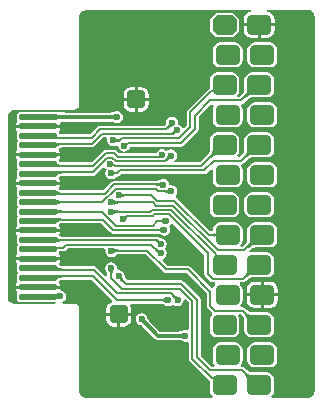
<source format=gbr>
%TF.GenerationSoftware,Altium Limited,Altium Designer,25.5.2 (35)*%
G04 Layer_Physical_Order=1*
G04 Layer_Color=255*
%FSLAX45Y45*%
%MOMM*%
%TF.SameCoordinates,F9D1B48F-3E51-4A7C-A873-13CCE31A6061*%
%TF.FilePolarity,Positive*%
%TF.FileFunction,Copper,L1,Top,Signal*%
%TF.Part,Single*%
G01*
G75*
%TA.AperFunction,SMDPad,CuDef*%
G04:AMPARAMS|DCode=10|XSize=3.2mm|YSize=0.5mm|CornerRadius=0.125mm|HoleSize=0mm|Usage=FLASHONLY|Rotation=0.000|XOffset=0mm|YOffset=0mm|HoleType=Round|Shape=RoundedRectangle|*
%AMROUNDEDRECTD10*
21,1,3.20000,0.25000,0,0,0.0*
21,1,2.95000,0.50000,0,0,0.0*
1,1,0.25000,1.47500,-0.12500*
1,1,0.25000,-1.47500,-0.12500*
1,1,0.25000,-1.47500,0.12500*
1,1,0.25000,1.47500,0.12500*
%
%ADD10ROUNDEDRECTD10*%
%TA.AperFunction,Conductor*%
%ADD11C,0.20000*%
%ADD12C,0.30000*%
%ADD13C,0.35000*%
%TA.AperFunction,ComponentPad*%
G04:AMPARAMS|DCode=14|XSize=1.7mm|YSize=2.1mm|CornerRadius=0.425mm|HoleSize=0mm|Usage=FLASHONLY|Rotation=270.000|XOffset=0mm|YOffset=0mm|HoleType=Round|Shape=RoundedRectangle|*
%AMROUNDEDRECTD14*
21,1,1.70000,1.25001,0,0,270.0*
21,1,0.85000,2.10000,0,0,270.0*
1,1,0.85000,-0.62500,-0.42500*
1,1,0.85000,-0.62500,0.42500*
1,1,0.85000,0.62500,0.42500*
1,1,0.85000,0.62500,-0.42500*
%
%ADD14ROUNDEDRECTD14*%
G04:AMPARAMS|DCode=15|XSize=1.7mm|YSize=2.1mm|CornerRadius=0mm|HoleSize=0mm|Usage=FLASHONLY|Rotation=270.000|XOffset=0mm|YOffset=0mm|HoleType=Round|Shape=Octagon|*
%AMOCTAGOND15*
4,1,8,1.05000,0.42500,1.05000,-0.42500,0.62500,-0.85000,-0.62500,-0.85000,-1.05000,-0.42500,-1.05000,0.42500,-0.62500,0.85000,0.62500,0.85000,1.05000,0.42500,0.0*
%
%ADD15OCTAGOND15*%

G04:AMPARAMS|DCode=16|XSize=1.55mm|YSize=1.6mm|CornerRadius=0.3875mm|HoleSize=0mm|Usage=FLASHONLY|Rotation=270.000|XOffset=0mm|YOffset=0mm|HoleType=Round|Shape=RoundedRectangle|*
%AMROUNDEDRECTD16*
21,1,1.55000,0.82500,0,0,270.0*
21,1,0.77500,1.60000,0,0,270.0*
1,1,0.77500,-0.41250,-0.38750*
1,1,0.77500,-0.41250,0.38750*
1,1,0.77500,0.41250,0.38750*
1,1,0.77500,0.41250,-0.38750*
%
%ADD16ROUNDEDRECTD16*%
%TA.AperFunction,ViaPad*%
%ADD17C,0.60000*%
G36*
X2610786Y3402155D02*
X2628946Y3390021D01*
X2641080Y3371861D01*
X2645341Y3350440D01*
X2645421D01*
X2646053Y3347262D01*
Y182891D01*
X2645471Y179966D01*
X2645391D01*
X2641130Y158545D01*
X2628996Y140385D01*
X2610837Y128251D01*
X2589416Y123990D01*
Y123944D01*
X2277885D01*
X2273335Y138944D01*
X2281560Y144440D01*
X2295374Y165114D01*
X2300225Y189500D01*
Y274500D01*
X2295374Y298886D01*
X2281560Y319560D01*
X2260887Y333374D01*
X2236500Y338224D01*
X2111584D01*
X2111537Y338244D01*
X2111481Y338221D01*
X2111040Y338133D01*
X2110778Y338231D01*
X2106769Y338092D01*
X2103905Y338291D01*
X2101003Y338800D01*
X2098001Y339646D01*
X2094851Y340872D01*
X2091530Y342525D01*
X2088029Y344652D01*
X2084354Y347292D01*
X2080525Y350470D01*
X2076105Y354638D01*
X2073708Y355550D01*
X2051100Y378158D01*
X2041177Y384788D01*
X2029471Y387117D01*
X2029470Y387117D01*
X2021557D01*
X2016017Y402117D01*
X2027374Y419114D01*
X2032225Y443500D01*
Y528500D01*
X2027374Y552886D01*
X2013560Y573560D01*
X1992887Y587374D01*
X1968500Y592224D01*
X1843500D01*
X1819113Y587374D01*
X1798440Y573560D01*
X1784626Y552886D01*
X1779775Y528500D01*
Y443500D01*
X1784626Y419114D01*
X1795983Y402117D01*
X1790443Y387117D01*
X1767053D01*
X1677408Y476761D01*
Y953178D01*
X1677409Y953179D01*
X1675080Y964885D01*
X1668450Y974808D01*
X1668449Y974809D01*
X1536003Y1107255D01*
X1526079Y1113885D01*
X1514374Y1116214D01*
X1514373Y1116213D01*
X1059734D01*
X1048819Y1127129D01*
X1048178Y1129155D01*
X1047527Y1129493D01*
X1047261Y1130179D01*
X1044120Y1133467D01*
X1041761Y1136198D01*
X1039851Y1138685D01*
X1038378Y1140889D01*
X1037313Y1142774D01*
X1036613Y1144307D01*
X1036216Y1145458D01*
X1036040Y1146235D01*
X1035994Y1146683D01*
X1036036Y1148339D01*
X1035252Y1150374D01*
X1035499Y1151618D01*
X1031618Y1171127D01*
X1020567Y1187666D01*
X1004028Y1198717D01*
X984519Y1202598D01*
X982741Y1202244D01*
X969985Y1215001D01*
X970980Y1220000D01*
X967099Y1239509D01*
X956048Y1256048D01*
X939509Y1267099D01*
X920000Y1270980D01*
X900491Y1267099D01*
X883952Y1256048D01*
X872901Y1239509D01*
X869020Y1220000D01*
X872901Y1200491D01*
X881874Y1187063D01*
X882949Y1184050D01*
X884204Y1182663D01*
X884678Y1182000D01*
X885245Y1180998D01*
X885865Y1179597D01*
X886498Y1177750D01*
X887092Y1175447D01*
X887551Y1172972D01*
X888264Y1165513D01*
X888357Y1161246D01*
X885526Y1158229D01*
X865970Y1157287D01*
X792559Y1230699D01*
X782635Y1237330D01*
X770930Y1239658D01*
X770929Y1239658D01*
X504762D01*
X503562Y1240412D01*
X502081Y1240074D01*
X500700Y1240705D01*
X495918Y1240874D01*
X492343Y1241275D01*
X489207Y1241897D01*
X486487Y1242701D01*
X484130Y1243658D01*
X482065Y1244760D01*
X480222Y1246015D01*
X476067Y1256917D01*
X476195Y1257386D01*
X479039Y1266483D01*
X483201Y1272712D01*
X486102Y1287300D01*
X113897D01*
X116799Y1272712D01*
X125176Y1260176D01*
X121886Y1245181D01*
X119363Y1232500D01*
Y1207500D01*
X121886Y1194819D01*
X129069Y1184069D01*
Y1175931D01*
X121886Y1165181D01*
X119363Y1152500D01*
Y1127500D01*
X121886Y1114820D01*
X125176Y1099824D01*
X116799Y1087288D01*
X113897Y1072700D01*
X486102D01*
X483201Y1087288D01*
X478639Y1094115D01*
X476272Y1103685D01*
X480232Y1114252D01*
X480604Y1114572D01*
X482434Y1115826D01*
X484469Y1116921D01*
X486783Y1117869D01*
X489448Y1118665D01*
X492511Y1119279D01*
X496008Y1119676D01*
X500709Y1119845D01*
X502340Y1120590D01*
X504098Y1120235D01*
X505085Y1120891D01*
X755852D01*
X929691Y947052D01*
X924753Y930776D01*
X916719Y929178D01*
X895499Y915000D01*
X881321Y893780D01*
X876342Y868750D01*
Y842700D01*
X982999D01*
X1089655D01*
Y868750D01*
X1084676Y893780D01*
X1077783Y904097D01*
X1085800Y919097D01*
X1342130D01*
X1344531Y918042D01*
X1349084Y917945D01*
X1352762Y917694D01*
X1356014Y917299D01*
X1358827Y916788D01*
X1361191Y916192D01*
X1363107Y915552D01*
X1364593Y914912D01*
X1365681Y914316D01*
X1366431Y913799D01*
X1367884Y912536D01*
X1371371Y911371D01*
X1383526Y903249D01*
X1403035Y899369D01*
X1422544Y903249D01*
X1431722Y909382D01*
X1445871Y915206D01*
X1462410Y904155D01*
X1481919Y900274D01*
X1501428Y904155D01*
X1517967Y915206D01*
X1529018Y931745D01*
X1532899Y951254D01*
X1532783Y951834D01*
X1546607Y959223D01*
X1575317Y930514D01*
Y705792D01*
X1560316Y696160D01*
X1547174Y698774D01*
X1527665Y694893D01*
X1515575Y686814D01*
X1515403Y686796D01*
X1514645Y686812D01*
X1514289Y686674D01*
X1513937Y686635D01*
X1513321Y686298D01*
X1513302Y686291D01*
X1512291Y686006D01*
X1510429Y685625D01*
X1508210Y685300D01*
X1495877Y684495D01*
X1490958Y684441D01*
X1488708Y683480D01*
X1333346D01*
X1244346Y772481D01*
X1243489Y774691D01*
X1236638Y781860D01*
X1231831Y787530D01*
X1230379Y789482D01*
X1229332Y791067D01*
X1228818Y791982D01*
X1228811Y792001D01*
X1228614Y792674D01*
X1228393Y792950D01*
X1228238Y793301D01*
X1227688Y793827D01*
X1227583Y793959D01*
X1224746Y808222D01*
X1213695Y824761D01*
X1197156Y835812D01*
X1177647Y839692D01*
X1158138Y835812D01*
X1141599Y824761D01*
X1130548Y808222D01*
X1126667Y788713D01*
X1130548Y769204D01*
X1141599Y752665D01*
X1158138Y741614D01*
X1172401Y738777D01*
X1172532Y738672D01*
X1173058Y738121D01*
X1173410Y737966D01*
X1173686Y737745D01*
X1174358Y737549D01*
X1174377Y737541D01*
X1175292Y737027D01*
X1176881Y735978D01*
X1178681Y734638D01*
X1187966Y726491D01*
X1191485Y723049D01*
X1193755Y722137D01*
X1293331Y622561D01*
X1304908Y614825D01*
X1318565Y612109D01*
X1488533D01*
X1490702Y611152D01*
X1500615Y610927D01*
X1508028Y610316D01*
X1510426Y609964D01*
X1512291Y609583D01*
X1513302Y609298D01*
X1513321Y609291D01*
X1513937Y608954D01*
X1514289Y608915D01*
X1514645Y608777D01*
X1515403Y608793D01*
X1515575Y608774D01*
X1527665Y600696D01*
X1547174Y596815D01*
X1560316Y599429D01*
X1575317Y589797D01*
Y454097D01*
X1575316Y454096D01*
X1577645Y442391D01*
X1584275Y432467D01*
X1751433Y265309D01*
X1751434Y265309D01*
X1753776Y263744D01*
Y189500D01*
X1758626Y165114D01*
X1772440Y144440D01*
X1780665Y138944D01*
X1776115Y123944D01*
X705000D01*
Y124024D01*
X683579Y128285D01*
X665420Y140419D01*
X653285Y158579D01*
X649025Y180000D01*
X648944D01*
X648943Y180006D01*
Y875000D01*
X645598Y891817D01*
X636072Y906073D01*
X621816Y915599D01*
X604999Y918944D01*
X510662D01*
X506970Y932818D01*
X507195Y933944D01*
X523150Y944605D01*
X534201Y961144D01*
X538081Y980653D01*
X534201Y1000162D01*
X523150Y1016701D01*
X506611Y1027752D01*
X497734Y1029518D01*
X485911Y1045267D01*
X485846Y1046012D01*
X486102Y1047300D01*
X113897D01*
X116799Y1032712D01*
X125176Y1020176D01*
X121886Y1005181D01*
X119363Y992500D01*
Y967500D01*
X121886Y954819D01*
X129069Y944069D01*
X139819Y936886D01*
X152500Y934363D01*
X447500D01*
X452650Y935388D01*
X454254Y933944D01*
X448501Y918944D01*
X100000D01*
Y919025D01*
X78579Y923285D01*
X60419Y935420D01*
X48285Y953579D01*
X44025Y975000D01*
X43944D01*
Y2505000D01*
X44025D01*
X48285Y2526421D01*
X60419Y2544581D01*
X78579Y2556715D01*
X100000Y2560976D01*
Y2561056D01*
X604999D01*
X621816Y2564401D01*
X636072Y2573927D01*
X645598Y2588183D01*
X648943Y2605000D01*
Y3349981D01*
X648947Y3350000D01*
X649027D01*
X653288Y3371421D01*
X665422Y3389580D01*
X683582Y3401715D01*
X705003Y3405975D01*
Y3406055D01*
X2106631D01*
X2108108Y3391055D01*
X2085006Y3386460D01*
X2062547Y3371453D01*
X2047539Y3348993D01*
X2042270Y3322500D01*
Y3292700D01*
X2174000D01*
X2305730D01*
Y3322500D01*
X2300460Y3348993D01*
X2285453Y3371453D01*
X2262993Y3386460D01*
X2239892Y3391055D01*
X2241369Y3406055D01*
X2589806D01*
X2590491Y3406192D01*
X2610786Y3402155D01*
D02*
G37*
G36*
X460399Y1235133D02*
X463578Y1231762D01*
X467060Y1228787D01*
X470846Y1226209D01*
X474935Y1224028D01*
X479328Y1222243D01*
X484024Y1220855D01*
X489024Y1219863D01*
X494327Y1219269D01*
X499934Y1219070D01*
X496534Y1199070D01*
X488946Y1199040D01*
X455494Y1197113D01*
X453525Y1196593D01*
X452258Y1196012D01*
X457524Y1238901D01*
X460399Y1235133D01*
D02*
G37*
G36*
X938910Y1196267D02*
X937040Y1193651D01*
X935390Y1190730D01*
X933960Y1187503D01*
X932750Y1183970D01*
X931760Y1180131D01*
X930990Y1175986D01*
X930440Y1171535D01*
X930110Y1166778D01*
X930000Y1161716D01*
X910000D01*
X909890Y1166778D01*
X909010Y1175986D01*
X908240Y1180131D01*
X907250Y1183970D01*
X906040Y1187503D01*
X904610Y1190730D01*
X902960Y1193651D01*
X901090Y1196267D01*
X899000Y1198576D01*
X941000D01*
X938910Y1196267D01*
D02*
G37*
G36*
X453372Y1163511D02*
X455210Y1163085D01*
X457774Y1162708D01*
X465075Y1162106D01*
X488376Y1161504D01*
X496014Y1161478D01*
X499934Y1141479D01*
X494397Y1141280D01*
X489156Y1140685D01*
X484211Y1139694D01*
X479562Y1138306D01*
X475210Y1136521D01*
X471154Y1134340D01*
X467394Y1131762D01*
X463930Y1128787D01*
X460762Y1125416D01*
X457890Y1121648D01*
X452258Y1163988D01*
X453372Y1163511D01*
D02*
G37*
G36*
X1014318Y1145834D02*
X1014641Y1142715D01*
X1015364Y1139526D01*
X1016486Y1136266D01*
X1018008Y1132936D01*
X1019929Y1129534D01*
X1022250Y1126063D01*
X1024970Y1122520D01*
X1028089Y1118908D01*
X1031608Y1115224D01*
X1016242Y1102306D01*
X1012614Y1105790D01*
X1005519Y1111727D01*
X1002053Y1114180D01*
X998640Y1116291D01*
X995280Y1118058D01*
X991975Y1119482D01*
X988723Y1120563D01*
X985525Y1121300D01*
X982381Y1121694D01*
X1014394Y1148882D01*
X1014318Y1145834D01*
D02*
G37*
G36*
X465332Y996327D02*
X466105Y996179D01*
X469277Y995755D01*
X476966Y995189D01*
X486449Y995000D01*
Y965000D01*
X481483Y964953D01*
X466105Y963821D01*
X466039Y963808D01*
X466140Y959192D01*
X464723Y960295D01*
X462852Y961283D01*
X460525Y962154D01*
X460057Y962281D01*
X459283Y961981D01*
X457906Y961179D01*
X456978Y960283D01*
Y963060D01*
X454509Y963548D01*
X450818Y964071D01*
X442073Y964768D01*
X431509Y965000D01*
X430755Y995000D01*
X436260Y995062D01*
X450032Y995989D01*
X453708Y996545D01*
X456926Y997225D01*
X456978Y997241D01*
Y999717D01*
X457906Y998821D01*
X459283Y998019D01*
X459441Y997957D01*
X459687Y998029D01*
X461991Y998956D01*
X463837Y1000007D01*
X465226Y1001182D01*
X465332Y996327D01*
D02*
G37*
G36*
X1451434Y996036D02*
X1458568Y990148D01*
X1462043Y987761D01*
X1465457Y985747D01*
X1468811Y984104D01*
X1472104Y982833D01*
X1475337Y981935D01*
X1478508Y981407D01*
X1481619Y981252D01*
X1451921Y951554D01*
X1451765Y954665D01*
X1451238Y957836D01*
X1450339Y961069D01*
X1449069Y964362D01*
X1447426Y967716D01*
X1445412Y971130D01*
X1443025Y974605D01*
X1440267Y978142D01*
X1437137Y981738D01*
X1433635Y985396D01*
X1447777Y999538D01*
X1451434Y996036D01*
D02*
G37*
G36*
X1382080Y928880D02*
X1379717Y930933D01*
X1377054Y932770D01*
X1374093Y934390D01*
X1370833Y935795D01*
X1367274Y936984D01*
X1363415Y937956D01*
X1359258Y938712D01*
X1354802Y939253D01*
X1350048Y939577D01*
X1344994Y939685D01*
X1344525Y959685D01*
X1349596Y959797D01*
X1358799Y960691D01*
X1362931Y961474D01*
X1366751Y962481D01*
X1370257Y963711D01*
X1373450Y965165D01*
X1376330Y966843D01*
X1378897Y968744D01*
X1381151Y970869D01*
X1382080Y928880D01*
D02*
G37*
G36*
X1207832Y786614D02*
X1208426Y784577D01*
X1209427Y782303D01*
X1210836Y779792D01*
X1212651Y777043D01*
X1214874Y774056D01*
X1220541Y767371D01*
X1227838Y759735D01*
X1206624Y738522D01*
X1202688Y742373D01*
X1192303Y751485D01*
X1189317Y753708D01*
X1186568Y755524D01*
X1184056Y756932D01*
X1181782Y757933D01*
X1179746Y758527D01*
X1177947Y758714D01*
X1207645Y788413D01*
X1207832Y786614D01*
D02*
G37*
G36*
X1525750Y626795D02*
X1524346Y627934D01*
X1522486Y628955D01*
X1520170Y629854D01*
X1517398Y630635D01*
X1514170Y631295D01*
X1510487Y631834D01*
X1501752Y632554D01*
X1491194Y632795D01*
Y662794D01*
X1496701Y662854D01*
X1510487Y663755D01*
X1514170Y664294D01*
X1517398Y664954D01*
X1520170Y665735D01*
X1522486Y666634D01*
X1524346Y667654D01*
X1525750Y668794D01*
Y626795D01*
D02*
G37*
G36*
X2066170Y334252D02*
X2071111Y330150D01*
X2076077Y326583D01*
X2081068Y323551D01*
X2086083Y321054D01*
X2091124Y319093D01*
X2096188Y317666D01*
X2101277Y316774D01*
X2106391Y316417D01*
X2111530Y316596D01*
X2069405Y274500D01*
X2069127Y280089D01*
X2068416Y285552D01*
X2067271Y290890D01*
X2065692Y296103D01*
X2063679Y301190D01*
X2061233Y306153D01*
X2058353Y310989D01*
X2055039Y315701D01*
X2051292Y320287D01*
X2047110Y324747D01*
X2061253Y338889D01*
X2066170Y334252D01*
D02*
G37*
%LPC*%
G36*
X1952500Y3385000D02*
X1807500D01*
X1755000Y3332500D01*
Y3227500D01*
X1807500Y3175000D01*
X1952500D01*
X2005000Y3227500D01*
Y3332500D01*
X1952500Y3385000D01*
D02*
G37*
G36*
X2305730Y3267300D02*
X2186700D01*
Y3168270D01*
X2236500D01*
X2262993Y3173540D01*
X2285453Y3188547D01*
X2300460Y3211007D01*
X2305730Y3237500D01*
Y3267300D01*
D02*
G37*
G36*
X2161300D02*
X2042270D01*
Y3237500D01*
X2047539Y3211007D01*
X2062547Y3188547D01*
X2085006Y3173540D01*
X2111500Y3168270D01*
X2161300D01*
Y3267300D01*
D02*
G37*
G36*
X2262500Y3132224D02*
X2137500D01*
X2113113Y3127374D01*
X2092440Y3113560D01*
X2078626Y3092886D01*
X2073775Y3068500D01*
Y2983500D01*
X2078626Y2959114D01*
X2092440Y2938440D01*
X2113113Y2924626D01*
X2137500Y2919776D01*
X2262500D01*
X2286886Y2924626D01*
X2307560Y2938440D01*
X2321374Y2959114D01*
X2326224Y2983500D01*
Y3068500D01*
X2321374Y3092886D01*
X2307560Y3113560D01*
X2286886Y3127374D01*
X2262500Y3132224D01*
D02*
G37*
G36*
X1968500D02*
X1843500D01*
X1819113Y3127374D01*
X1798440Y3113560D01*
X1784626Y3092886D01*
X1779775Y3068500D01*
Y2983500D01*
X1784626Y2959114D01*
X1798440Y2938440D01*
X1819113Y2924626D01*
X1843500Y2919776D01*
X1968500D01*
X1992887Y2924626D01*
X2013560Y2938440D01*
X2027374Y2959114D01*
X2032225Y2983500D01*
Y3068500D01*
X2027374Y3092886D01*
X2013560Y3113560D01*
X1992887Y3127374D01*
X1968500Y3132224D01*
D02*
G37*
G36*
X2236500Y2878224D02*
X2111500D01*
X2087113Y2873374D01*
X2066440Y2859560D01*
X2052626Y2838886D01*
X2047775Y2814500D01*
Y2729585D01*
X2047756Y2729537D01*
X2047779Y2729481D01*
X2047867Y2729040D01*
X2047769Y2728778D01*
X2047908Y2724770D01*
X2047708Y2721905D01*
X2047200Y2719003D01*
X2046354Y2716001D01*
X2045128Y2712852D01*
X2043475Y2709531D01*
X2041347Y2706029D01*
X2038708Y2702354D01*
X2035530Y2698526D01*
X2031361Y2694106D01*
X2030449Y2691707D01*
X2009330Y2670588D01*
X1993828D01*
X1989653Y2679815D01*
X1988327Y2685588D01*
X2001374Y2705114D01*
X2006225Y2729500D01*
Y2814500D01*
X2001374Y2838886D01*
X1987560Y2859560D01*
X1966887Y2873374D01*
X1942500Y2878224D01*
X1817500D01*
X1793114Y2873374D01*
X1772440Y2859560D01*
X1758626Y2838886D01*
X1753776Y2814500D01*
Y2744322D01*
X1745606Y2738864D01*
X1745605Y2738863D01*
X1568371Y2561629D01*
X1561741Y2551706D01*
X1559412Y2540000D01*
X1559412Y2539999D01*
Y2425928D01*
X1538348Y2404863D01*
X1522652Y2410380D01*
X1512958Y2424887D01*
X1496419Y2435938D01*
X1483351Y2438538D01*
X1486091Y2452312D01*
X1482210Y2471821D01*
X1471159Y2488360D01*
X1454620Y2499411D01*
X1435111Y2503292D01*
X1415602Y2499411D01*
X1399063Y2488360D01*
X1388012Y2471821D01*
X1384132Y2452312D01*
X1385416Y2445857D01*
X1384511Y2442156D01*
X1384685Y2441029D01*
X1384684Y2441022D01*
X1384513Y2440414D01*
X1384059Y2439303D01*
X1383221Y2437721D01*
X1381933Y2435721D01*
X1380155Y2433358D01*
X1377870Y2430687D01*
X1374726Y2427388D01*
X1373874Y2425182D01*
X824595D01*
X824594Y2425182D01*
X812889Y2422853D01*
X802965Y2416223D01*
X802965Y2416222D01*
X742263Y2355521D01*
X480036D01*
X478114Y2365181D01*
X474824Y2380176D01*
X483201Y2392712D01*
X486102Y2407300D01*
X113897D01*
X116799Y2392712D01*
X125176Y2380176D01*
X121886Y2365181D01*
X119363Y2352500D01*
Y2327500D01*
X121886Y2314819D01*
X124495Y2310915D01*
X127827Y2300000D01*
X124495Y2289085D01*
X121886Y2285181D01*
X119363Y2272500D01*
Y2247500D01*
X121886Y2234820D01*
X125176Y2219824D01*
X116799Y2207288D01*
X113897Y2192700D01*
X486102D01*
X483201Y2207288D01*
X477657Y2215585D01*
X477140Y2230889D01*
X477775Y2233747D01*
X478589Y2235350D01*
X480258Y2237474D01*
X480586Y2238648D01*
X481075Y2238938D01*
X482813Y2239654D01*
X485599Y2240429D01*
X489418Y2241099D01*
X494227Y2241553D01*
X500551Y2241734D01*
X502897Y2242785D01*
X754283D01*
X754284Y2242785D01*
X765989Y2245113D01*
X775913Y2251744D01*
X852176Y2328007D01*
X877583D01*
X888497Y2313006D01*
X886426Y2302594D01*
X890306Y2283085D01*
X901357Y2266546D01*
X917896Y2255495D01*
X937405Y2251615D01*
X956914Y2255495D01*
X964422Y2260512D01*
X967684Y2259986D01*
X980061Y2252921D01*
X982900Y2238651D01*
X993951Y2222112D01*
X1010490Y2211061D01*
X1029999Y2207181D01*
X1049508Y2211061D01*
X1066047Y2222112D01*
X1077098Y2238651D01*
X1079057Y2248502D01*
X1509089D01*
X1509090Y2248502D01*
X1520796Y2250831D01*
X1530719Y2257461D01*
X1651628Y2378371D01*
X1651629Y2378371D01*
X1658259Y2388295D01*
X1660588Y2400000D01*
Y2497330D01*
X1769373Y2606115D01*
X1781686Y2604862D01*
X1788645Y2590901D01*
X1784626Y2584886D01*
X1779775Y2560500D01*
Y2475500D01*
X1784626Y2451114D01*
X1798440Y2430440D01*
X1819113Y2416626D01*
X1843500Y2411776D01*
X1968500D01*
X1992887Y2416626D01*
X2013560Y2430440D01*
X2027374Y2451114D01*
X2032225Y2475500D01*
Y2560500D01*
X2027374Y2584886D01*
X2021009Y2594412D01*
X2021217Y2597573D01*
X2028202Y2610646D01*
X2033705Y2611741D01*
X2043629Y2618371D01*
X2073678Y2648420D01*
X2076057Y2649317D01*
X2079980Y2652993D01*
X2083394Y2655783D01*
X2086792Y2658173D01*
X2090187Y2660195D01*
X2093592Y2661874D01*
X2097028Y2663233D01*
X2100526Y2664293D01*
X2104125Y2665065D01*
X2107847Y2665549D01*
X2112401Y2665776D01*
X2236500D01*
X2260887Y2670626D01*
X2281560Y2684440D01*
X2295374Y2705114D01*
X2300225Y2729500D01*
Y2814500D01*
X2295374Y2838886D01*
X2281560Y2859560D01*
X2260887Y2873374D01*
X2236500Y2878224D01*
D02*
G37*
G36*
X1174249Y2754157D02*
X1145699D01*
Y2662700D01*
X1239655D01*
Y2688750D01*
X1234676Y2713780D01*
X1220498Y2735000D01*
X1199279Y2749178D01*
X1174249Y2754157D01*
D02*
G37*
G36*
X1120299D02*
X1091749D01*
X1066719Y2749178D01*
X1045499Y2735000D01*
X1031321Y2713780D01*
X1026342Y2688750D01*
Y2662700D01*
X1120299D01*
Y2754157D01*
D02*
G37*
G36*
X1239655Y2637300D02*
X1145699D01*
Y2545843D01*
X1174249D01*
X1199279Y2550822D01*
X1220498Y2565000D01*
X1234676Y2586220D01*
X1239655Y2611250D01*
Y2637300D01*
D02*
G37*
G36*
X1120299D02*
X1026342D01*
Y2611250D01*
X1031321Y2586220D01*
X1045499Y2565000D01*
X1066719Y2550822D01*
X1091749Y2545843D01*
X1120299D01*
Y2637300D01*
D02*
G37*
G36*
X970000Y2550980D02*
X950491Y2547099D01*
X940833Y2540646D01*
X940639Y2540672D01*
X939597Y2540397D01*
X939497Y2540398D01*
X939368Y2540345D01*
X939071Y2540292D01*
X920558Y2539179D01*
X915500Y2539148D01*
X913333Y2538234D01*
X531110D01*
X528936Y2539148D01*
X516409Y2539211D01*
X485736Y2540157D01*
X471606Y2541355D01*
X466903Y2542022D01*
X463716Y2542669D01*
X462716Y2542971D01*
X461791Y2543424D01*
X461058Y2543470D01*
X461023Y2543481D01*
X460973Y2543476D01*
X457144Y2543718D01*
X456650Y2543817D01*
X452258Y2545636D01*
X450716Y2544997D01*
X447500Y2545637D01*
X152500D01*
X139819Y2543114D01*
X129069Y2535931D01*
X121886Y2525181D01*
X119363Y2512500D01*
Y2487500D01*
X121886Y2474820D01*
X125176Y2459824D01*
X116799Y2447288D01*
X113897Y2432700D01*
X486102D01*
X483889Y2443828D01*
X491827Y2459322D01*
X516717Y2460791D01*
X528936Y2460852D01*
X531110Y2461766D01*
X913116D01*
X915189Y2460857D01*
X929976Y2460553D01*
X936468Y2460077D01*
X938364Y2459837D01*
X939368Y2459655D01*
X939497Y2459602D01*
X939597Y2459603D01*
X940639Y2459328D01*
X940833Y2459354D01*
X950491Y2452901D01*
X970000Y2449021D01*
X989509Y2452901D01*
X1006048Y2463952D01*
X1017099Y2480491D01*
X1020980Y2500000D01*
X1017099Y2519509D01*
X1006048Y2536048D01*
X989509Y2547099D01*
X970000Y2550980D01*
D02*
G37*
G36*
X2262500Y2624224D02*
X2137500D01*
X2113113Y2619374D01*
X2092440Y2605560D01*
X2078626Y2584886D01*
X2073775Y2560500D01*
Y2475500D01*
X2078626Y2451114D01*
X2092440Y2430440D01*
X2113113Y2416626D01*
X2137500Y2411776D01*
X2262500D01*
X2286886Y2416626D01*
X2307560Y2430440D01*
X2321374Y2451114D01*
X2326224Y2475500D01*
Y2560500D01*
X2321374Y2584886D01*
X2307560Y2605560D01*
X2286886Y2619374D01*
X2262500Y2624224D01*
D02*
G37*
G36*
X2236500Y2370224D02*
X2111500D01*
X2087113Y2365374D01*
X2066440Y2351560D01*
X2052626Y2330886D01*
X2047775Y2306500D01*
Y2221585D01*
X2047756Y2221537D01*
X2047779Y2221481D01*
X2047867Y2221040D01*
X2047769Y2220778D01*
X2047908Y2216770D01*
X2047708Y2213905D01*
X2047200Y2211003D01*
X2046354Y2208001D01*
X2045128Y2204852D01*
X2043475Y2201531D01*
X2041347Y2198029D01*
X2038708Y2194354D01*
X2035530Y2190526D01*
X2031361Y2186106D01*
X2030449Y2183707D01*
X2007330Y2160588D01*
X1990835D01*
X1986285Y2175588D01*
X1987560Y2176440D01*
X2001374Y2197114D01*
X2006225Y2221500D01*
Y2306500D01*
X2001374Y2330886D01*
X1987560Y2351560D01*
X1966887Y2365374D01*
X1942500Y2370224D01*
X1817500D01*
X1793114Y2365374D01*
X1772440Y2351560D01*
X1758626Y2330886D01*
X1753776Y2306500D01*
Y2221585D01*
X1753756Y2221537D01*
X1753779Y2221481D01*
X1753867Y2221040D01*
X1753769Y2220778D01*
X1753908Y2216770D01*
X1753708Y2213905D01*
X1753200Y2211003D01*
X1752354Y2208001D01*
X1751128Y2204852D01*
X1749475Y2201531D01*
X1747348Y2198029D01*
X1744708Y2194354D01*
X1741530Y2190526D01*
X1737362Y2186106D01*
X1736449Y2183707D01*
X1669710Y2116968D01*
X1457852D01*
X1453301Y2131968D01*
X1462607Y2138186D01*
X1473658Y2154725D01*
X1477539Y2174234D01*
X1473658Y2193743D01*
X1462607Y2210282D01*
X1446068Y2221333D01*
X1426559Y2225213D01*
X1407050Y2221333D01*
X1402444Y2218255D01*
X1386048Y2216048D01*
X1369509Y2227099D01*
X1350000Y2230980D01*
X1330491Y2227099D01*
X1313952Y2216048D01*
X1302901Y2199509D01*
X1301472Y2192322D01*
X989745D01*
X967258Y2214809D01*
X957334Y2221439D01*
X945629Y2223768D01*
X945628Y2223767D01*
X873181D01*
X873180Y2223768D01*
X861474Y2221439D01*
X851551Y2214809D01*
X851550Y2214808D01*
X754134Y2117392D01*
X506620D01*
X506616Y2117396D01*
X506574Y2117392D01*
X502895D01*
X500546Y2118444D01*
X494200Y2118623D01*
X489351Y2119077D01*
X485463Y2119751D01*
X482585Y2120540D01*
X480730Y2121290D01*
X479886Y2121778D01*
X479446Y2123189D01*
X478217Y2124663D01*
X478114Y2125181D01*
X476540Y2132358D01*
X477447Y2144101D01*
X483201Y2152712D01*
X486102Y2167300D01*
X113897D01*
X116799Y2152712D01*
X125176Y2140176D01*
X121886Y2125181D01*
X119363Y2112500D01*
Y2087500D01*
X121886Y2074819D01*
X124495Y2070915D01*
X127827Y2060000D01*
X124495Y2049085D01*
X121886Y2045181D01*
X119363Y2032500D01*
Y2007500D01*
X121886Y1994819D01*
X125176Y1979824D01*
X116799Y1967288D01*
X113897Y1952700D01*
X486102D01*
X483201Y1967288D01*
X478860Y1973785D01*
X476159Y1983310D01*
X480326Y1994189D01*
X480392Y1994246D01*
X482229Y1995501D01*
X484278Y1996597D01*
X486618Y1997552D01*
X489316Y1998353D01*
X492418Y1998971D01*
X495958Y1999370D01*
X500704Y1999539D01*
X502163Y2000206D01*
X503730Y1999861D01*
X504863Y2000586D01*
X762084D01*
X762085Y2000586D01*
X773790Y2002914D01*
X783714Y2009545D01*
X849135Y2074966D01*
X867459Y2072076D01*
X873356Y2063249D01*
X883013Y2056797D01*
X874301Y2043759D01*
X870420Y2024250D01*
X874301Y2004741D01*
X885352Y1988202D01*
X901891Y1977151D01*
X921400Y1973270D01*
X940909Y1977151D01*
X957448Y1988202D01*
X961196Y1993812D01*
X966502Y1994132D01*
X969563Y1994156D01*
X974434Y1996216D01*
X981105Y1997544D01*
X991028Y2004174D01*
X1004070Y2017216D01*
X1708099D01*
X1708100Y2017215D01*
X1719806Y2019544D01*
X1729729Y2026175D01*
X1766574Y2063019D01*
X1780398Y2055630D01*
X1779775Y2052500D01*
Y1967500D01*
X1784626Y1943114D01*
X1798440Y1922440D01*
X1819113Y1908626D01*
X1843500Y1903776D01*
X1968500D01*
X1992887Y1908626D01*
X2013560Y1922440D01*
X2027374Y1943114D01*
X2032225Y1967500D01*
Y2052500D01*
X2027374Y2076886D01*
X2022034Y2084878D01*
X2029147Y2101232D01*
X2031705Y2101741D01*
X2041629Y2108371D01*
X2073678Y2140420D01*
X2076057Y2141317D01*
X2079980Y2144993D01*
X2083394Y2147783D01*
X2086792Y2150173D01*
X2090187Y2152195D01*
X2093592Y2153874D01*
X2097028Y2155233D01*
X2100526Y2156293D01*
X2104125Y2157065D01*
X2107847Y2157549D01*
X2112401Y2157776D01*
X2236500D01*
X2260887Y2162626D01*
X2281560Y2176440D01*
X2295374Y2197114D01*
X2300225Y2221500D01*
Y2306500D01*
X2295374Y2330886D01*
X2281560Y2351560D01*
X2260887Y2365374D01*
X2236500Y2370224D01*
D02*
G37*
G36*
X2262500Y2116224D02*
X2137500D01*
X2113113Y2111374D01*
X2092440Y2097560D01*
X2078626Y2076886D01*
X2073775Y2052500D01*
Y1967500D01*
X2078626Y1943114D01*
X2092440Y1922440D01*
X2113113Y1908626D01*
X2137500Y1903776D01*
X2262500D01*
X2286886Y1908626D01*
X2307560Y1922440D01*
X2321374Y1943114D01*
X2326224Y1967500D01*
Y2052500D01*
X2321374Y2076886D01*
X2307560Y2097560D01*
X2286886Y2111374D01*
X2262500Y2116224D01*
D02*
G37*
G36*
X1358478Y1977643D02*
X1338969Y1973763D01*
X1330206Y1967908D01*
X1326005Y1966804D01*
X1324340Y1965539D01*
X1323312Y1964909D01*
X1321946Y1964237D01*
X1320206Y1963556D01*
X1318064Y1962901D01*
X1315517Y1962309D01*
X1312825Y1961854D01*
X1305202Y1961185D01*
X1300906Y1961099D01*
X1298496Y1960043D01*
X944527D01*
X932822Y1957714D01*
X922898Y1951084D01*
X922898Y1951083D01*
X852402Y1880588D01*
X504368D01*
X502913Y1881442D01*
X501764Y1881143D01*
X500684Y1881635D01*
X495768Y1881805D01*
X492058Y1882213D01*
X488807Y1882846D01*
X485988Y1883666D01*
X483554Y1884639D01*
X481441Y1885751D01*
X480841Y1886155D01*
X475850Y1897785D01*
X477607Y1902602D01*
X479602Y1907326D01*
X483201Y1912712D01*
X486102Y1927300D01*
X113897D01*
X116799Y1912712D01*
X125176Y1900176D01*
X121886Y1885181D01*
X119363Y1872500D01*
Y1847500D01*
X121886Y1834819D01*
X124495Y1830915D01*
X127827Y1820000D01*
X124495Y1809085D01*
X121886Y1805181D01*
X119363Y1792500D01*
Y1767500D01*
X121886Y1754819D01*
X129069Y1744069D01*
Y1735931D01*
X121886Y1725181D01*
X119363Y1712500D01*
Y1687500D01*
X121886Y1674819D01*
X124495Y1670915D01*
X127827Y1660000D01*
X124495Y1649085D01*
X121886Y1645181D01*
X119363Y1632500D01*
Y1607500D01*
X121886Y1594820D01*
X125176Y1579824D01*
X116799Y1567288D01*
X113897Y1552700D01*
X486102D01*
X483201Y1567288D01*
X478535Y1574271D01*
X476222Y1584307D01*
X476241Y1584368D01*
X480185Y1594283D01*
X480713Y1594737D01*
X482537Y1595990D01*
X484564Y1597083D01*
X486866Y1598029D01*
X489516Y1598823D01*
X492557Y1599434D01*
X496034Y1599830D01*
X500712Y1599999D01*
X502453Y1600794D01*
X504333Y1600436D01*
X505228Y1601045D01*
X835698D01*
X914318Y1522425D01*
X914318Y1522424D01*
X924242Y1515794D01*
X935947Y1513465D01*
X1310329D01*
X1312559Y1512426D01*
X1321541Y1512035D01*
X1324566Y1511673D01*
X1327405Y1511164D01*
X1329811Y1510568D01*
X1331776Y1509923D01*
X1333318Y1509272D01*
X1334466Y1508657D01*
X1335276Y1508113D01*
X1336775Y1506847D01*
X1340508Y1505658D01*
X1351854Y1498077D01*
X1371363Y1494196D01*
X1390871Y1498077D01*
X1407410Y1509128D01*
X1418461Y1525667D01*
X1422342Y1545176D01*
X1418461Y1564685D01*
X1409874Y1577536D01*
X1419732Y1584122D01*
X1426285Y1593931D01*
X1444225Y1597204D01*
X1709412Y1332017D01*
Y1170001D01*
X1709412Y1170000D01*
X1711741Y1158295D01*
X1718371Y1148371D01*
X1758371Y1108372D01*
X1758371Y1108371D01*
X1768294Y1101741D01*
X1780000Y1099412D01*
X1798158D01*
X1802709Y1084412D01*
X1798440Y1081560D01*
X1784626Y1060886D01*
X1784038Y1057928D01*
X1769684Y1053574D01*
X1591629Y1231629D01*
X1581705Y1238259D01*
X1570000Y1240588D01*
X1569999Y1240588D01*
X1399865D01*
X1355962Y1284490D01*
X1361206Y1300460D01*
X1375645Y1310108D01*
X1386696Y1326647D01*
X1390576Y1346156D01*
X1386696Y1365665D01*
X1375645Y1382203D01*
X1381737Y1396174D01*
X1386060Y1402644D01*
X1389940Y1422153D01*
X1386060Y1441662D01*
X1375009Y1458201D01*
X1358470Y1469252D01*
X1338961Y1473132D01*
X1334330Y1472211D01*
X1329062Y1476845D01*
X1326742Y1479128D01*
X1321841Y1481112D01*
X1316192Y1484886D01*
X1304487Y1487215D01*
X1304486Y1487214D01*
X503052D01*
X500792Y1488258D01*
X497237Y1488399D01*
X494370Y1488733D01*
X491308Y1489317D01*
X488037Y1490173D01*
X485871Y1490890D01*
X482886Y1496047D01*
X480434Y1502939D01*
X480276Y1506437D01*
X481052Y1509496D01*
X483201Y1512712D01*
X486102Y1527300D01*
X113897D01*
X116799Y1512712D01*
X125176Y1500176D01*
X121886Y1485181D01*
X119363Y1472500D01*
Y1447500D01*
X121886Y1434819D01*
X124495Y1430915D01*
X127827Y1420000D01*
X124495Y1409085D01*
X121886Y1405181D01*
X119363Y1392500D01*
Y1367500D01*
X121886Y1354819D01*
X125176Y1339824D01*
X116799Y1327288D01*
X113897Y1312700D01*
X486102D01*
X483201Y1327288D01*
X474824Y1339824D01*
X478114Y1354819D01*
X479803Y1363312D01*
X513898D01*
X513899Y1363311D01*
X525605Y1365640D01*
X535528Y1372271D01*
X553297Y1390039D01*
X861488D01*
X872402Y1375039D01*
X870330Y1364627D01*
X874211Y1345118D01*
X885262Y1328579D01*
X901801Y1317528D01*
X921310Y1313647D01*
X940819Y1317528D01*
X957358Y1328579D01*
X960022Y1332565D01*
X963017Y1334222D01*
X963878Y1335302D01*
X964160Y1335502D01*
X964887Y1335894D01*
X966141Y1336402D01*
X967974Y1336951D01*
X970384Y1337460D01*
X973365Y1337873D01*
X976895Y1338144D01*
X981449Y1338253D01*
X983152Y1339006D01*
X984975Y1338627D01*
X986012Y1339307D01*
X1214631D01*
X1365565Y1188372D01*
X1365566Y1188371D01*
X1375490Y1181741D01*
X1387195Y1179412D01*
X1387196Y1179412D01*
X1557330D01*
X1729412Y1007330D01*
Y900001D01*
X1729412Y900000D01*
X1731741Y888295D01*
X1738371Y878371D01*
X1771662Y845081D01*
X1772440Y827560D01*
X1758626Y806886D01*
X1753776Y782500D01*
Y697500D01*
X1758626Y673114D01*
X1772440Y652440D01*
X1793114Y638626D01*
X1817500Y633776D01*
X1942500D01*
X1966887Y638626D01*
X1987560Y652440D01*
X2001374Y673114D01*
X2006225Y697500D01*
Y782500D01*
X2001374Y806886D01*
X1996992Y813444D01*
X2005010Y828444D01*
X2022298D01*
X2030419Y820323D01*
X2031316Y817942D01*
X2034993Y814020D01*
X2037783Y810606D01*
X2040173Y807208D01*
X2042195Y803813D01*
X2043873Y800408D01*
X2045232Y796972D01*
X2046292Y793473D01*
X2047064Y789875D01*
X2047549Y786152D01*
X2047775Y781599D01*
Y697500D01*
X2052626Y673114D01*
X2066440Y652440D01*
X2087113Y638626D01*
X2111500Y633776D01*
X2236500D01*
X2260887Y638626D01*
X2281560Y652440D01*
X2295374Y673114D01*
X2300225Y697500D01*
Y782500D01*
X2295374Y806886D01*
X2281560Y827560D01*
X2260887Y841374D01*
X2236500Y846224D01*
X2111584D01*
X2111537Y846244D01*
X2111481Y846221D01*
X2111040Y846133D01*
X2110778Y846231D01*
X2106769Y846092D01*
X2103905Y846291D01*
X2101003Y846800D01*
X2098001Y847646D01*
X2094851Y848872D01*
X2091530Y850525D01*
X2088029Y852652D01*
X2084354Y855292D01*
X2080525Y858470D01*
X2076105Y862638D01*
X2073708Y863550D01*
X2056597Y880661D01*
X2046673Y887291D01*
X2034968Y889620D01*
X2034967Y889620D01*
X2015386D01*
X2010836Y904620D01*
X2013560Y906440D01*
X2027374Y927114D01*
X2032225Y951500D01*
Y1036500D01*
X2027374Y1060886D01*
X2013560Y1081560D01*
X2009291Y1084412D01*
X2013842Y1099412D01*
X2035999D01*
X2036000Y1099412D01*
X2047705Y1101741D01*
X2057629Y1108371D01*
X2073678Y1124420D01*
X2076057Y1125317D01*
X2079980Y1128993D01*
X2083394Y1131783D01*
X2086792Y1134173D01*
X2090187Y1136195D01*
X2093592Y1137874D01*
X2097028Y1139233D01*
X2100526Y1140293D01*
X2104125Y1141065D01*
X2107847Y1141549D01*
X2112401Y1141776D01*
X2236500D01*
X2260887Y1146626D01*
X2281560Y1160440D01*
X2295374Y1181114D01*
X2300225Y1205500D01*
Y1290500D01*
X2295374Y1314886D01*
X2281560Y1335560D01*
X2260887Y1349374D01*
X2236500Y1354224D01*
X2111500D01*
X2093019Y1350548D01*
X2085630Y1364373D01*
X2099678Y1378420D01*
X2102057Y1379317D01*
X2105980Y1382993D01*
X2109394Y1385783D01*
X2112792Y1388173D01*
X2116187Y1390195D01*
X2119592Y1391874D01*
X2123028Y1393233D01*
X2126526Y1394293D01*
X2130125Y1395065D01*
X2133847Y1395549D01*
X2138401Y1395776D01*
X2262500D01*
X2286886Y1400626D01*
X2307560Y1414440D01*
X2321374Y1435114D01*
X2326224Y1459500D01*
Y1544500D01*
X2321374Y1568886D01*
X2307560Y1589560D01*
X2286886Y1603374D01*
X2262500Y1608224D01*
X2137500D01*
X2113113Y1603374D01*
X2092440Y1589560D01*
X2078626Y1568886D01*
X2073775Y1544500D01*
Y1459585D01*
X2073756Y1459537D01*
X2073779Y1459481D01*
X2073867Y1459040D01*
X2073769Y1458778D01*
X2073908Y1454770D01*
X2073708Y1451905D01*
X2073200Y1449003D01*
X2072354Y1446001D01*
X2071128Y1442852D01*
X2069475Y1439531D01*
X2067347Y1436029D01*
X2064708Y1432354D01*
X2061530Y1428526D01*
X2057361Y1424106D01*
X2056449Y1421707D01*
X2035330Y1400588D01*
X2019828D01*
X2015653Y1409815D01*
X2014327Y1415588D01*
X2027374Y1435114D01*
X2032225Y1459500D01*
Y1544500D01*
X2027374Y1568886D01*
X2013560Y1589560D01*
X1992887Y1603374D01*
X1968500Y1608224D01*
X1843500D01*
X1819113Y1603374D01*
X1798440Y1589560D01*
X1784626Y1568886D01*
X1779775Y1544500D01*
Y1535743D01*
X1776939Y1534982D01*
X1772784Y1534292D01*
X1767469Y1533823D01*
X1760532Y1533641D01*
X1758168Y1532588D01*
X1757719D01*
X1476224Y1814083D01*
X1469768Y1818397D01*
X1467251Y1828920D01*
X1466992Y1831265D01*
X1467290Y1835811D01*
X1477099Y1850491D01*
X1480980Y1870000D01*
X1477099Y1889509D01*
X1466048Y1906048D01*
X1449509Y1917099D01*
X1430000Y1920980D01*
X1423358Y1919659D01*
X1409458Y1926664D01*
X1405577Y1946173D01*
X1394526Y1962712D01*
X1377987Y1973763D01*
X1358478Y1977643D01*
D02*
G37*
G36*
X2236500Y1862224D02*
X2111500D01*
X2087113Y1857374D01*
X2066440Y1843560D01*
X2052626Y1822886D01*
X2047775Y1798500D01*
Y1713500D01*
X2052626Y1689114D01*
X2066440Y1668440D01*
X2087113Y1654626D01*
X2111500Y1649776D01*
X2236500D01*
X2260887Y1654626D01*
X2281560Y1668440D01*
X2295374Y1689114D01*
X2300225Y1713500D01*
Y1798500D01*
X2295374Y1822886D01*
X2281560Y1843560D01*
X2260887Y1857374D01*
X2236500Y1862224D01*
D02*
G37*
G36*
X1942500D02*
X1817500D01*
X1793114Y1857374D01*
X1772440Y1843560D01*
X1758626Y1822886D01*
X1753776Y1798500D01*
Y1713500D01*
X1758626Y1689114D01*
X1772440Y1668440D01*
X1793114Y1654626D01*
X1817500Y1649776D01*
X1942500D01*
X1966887Y1654626D01*
X1987560Y1668440D01*
X2001374Y1689114D01*
X2006225Y1713500D01*
Y1798500D01*
X2001374Y1822886D01*
X1987560Y1843560D01*
X1966887Y1857374D01*
X1942500Y1862224D01*
D02*
G37*
G36*
X2262500Y1105730D02*
X2212700D01*
Y1006700D01*
X2331730D01*
Y1036500D01*
X2326460Y1062993D01*
X2311453Y1085453D01*
X2288993Y1100460D01*
X2262500Y1105730D01*
D02*
G37*
G36*
X2187300D02*
X2137500D01*
X2111006Y1100460D01*
X2088547Y1085453D01*
X2073539Y1062993D01*
X2068270Y1036500D01*
Y1006700D01*
X2187300D01*
Y1105730D01*
D02*
G37*
G36*
X2331730Y981300D02*
X2212700D01*
Y882270D01*
X2262500D01*
X2288993Y887540D01*
X2311453Y902547D01*
X2326460Y925007D01*
X2331730Y951500D01*
Y981300D01*
D02*
G37*
G36*
X2187300D02*
X2068270D01*
Y951500D01*
X2073539Y925007D01*
X2088547Y902547D01*
X2111006Y887540D01*
X2137500Y882270D01*
X2187300D01*
Y981300D01*
D02*
G37*
G36*
X1089655Y817300D02*
X995699D01*
Y725843D01*
X1024248D01*
X1049279Y730822D01*
X1070498Y745001D01*
X1084676Y766220D01*
X1089655Y791250D01*
Y817300D01*
D02*
G37*
G36*
X970299D02*
X876342D01*
Y791250D01*
X881321Y766220D01*
X895499Y745001D01*
X916719Y730822D01*
X941749Y725843D01*
X970299D01*
Y817300D01*
D02*
G37*
G36*
X2262500Y592224D02*
X2137500D01*
X2113113Y587374D01*
X2092440Y573560D01*
X2078626Y552886D01*
X2073775Y528500D01*
Y443500D01*
X2078626Y419114D01*
X2092440Y398440D01*
X2113113Y384626D01*
X2137500Y379776D01*
X2262500D01*
X2286886Y384626D01*
X2307560Y398440D01*
X2321374Y419114D01*
X2326224Y443500D01*
Y528500D01*
X2321374Y552886D01*
X2307560Y573560D01*
X2286886Y587374D01*
X2262500Y592224D01*
D02*
G37*
%LPD*%
G36*
X2111500Y2687406D02*
X2105911Y2687128D01*
X2100448Y2686416D01*
X2095110Y2685271D01*
X2089897Y2683692D01*
X2084809Y2681679D01*
X2079847Y2679233D01*
X2075011Y2676353D01*
X2070299Y2673039D01*
X2065713Y2669292D01*
X2061253Y2665111D01*
X2047110Y2679253D01*
X2051747Y2684170D01*
X2055850Y2689111D01*
X2059417Y2694078D01*
X2062449Y2699068D01*
X2064945Y2704084D01*
X2066907Y2709124D01*
X2068334Y2714188D01*
X2069226Y2719278D01*
X2069582Y2724391D01*
X2069404Y2729530D01*
X2111500Y2687406D01*
D02*
G37*
G36*
X1441386Y2422976D02*
X1438262Y2422167D01*
X1435089Y2421064D01*
X1431867Y2419669D01*
X1428595Y2417981D01*
X1425274Y2416000D01*
X1421903Y2413726D01*
X1415014Y2408298D01*
X1411496Y2405145D01*
X1407928Y2401699D01*
X1390397Y2412453D01*
X1393943Y2416173D01*
X1397045Y2419800D01*
X1399704Y2423334D01*
X1401920Y2426774D01*
X1403692Y2430121D01*
X1405022Y2433374D01*
X1405908Y2436534D01*
X1406351Y2439600D01*
X1406350Y2442573D01*
X1405906Y2445453D01*
X1441386Y2422976D01*
D02*
G37*
G36*
X1462128Y2362734D02*
X1461445Y2362920D01*
X1460562Y2362815D01*
X1459481Y2362419D01*
X1458201Y2361734D01*
X1456723Y2360758D01*
X1455045Y2359492D01*
X1451092Y2356088D01*
X1446345Y2351523D01*
X1432202Y2365665D01*
X1435155Y2368649D01*
X1446145Y2381142D01*
X1446856Y2382323D01*
X1447247Y2383246D01*
X1447318Y2383912D01*
X1462128Y2362734D01*
D02*
G37*
G36*
X962026Y2320275D02*
X964210Y2318663D01*
X966771Y2317241D01*
X969708Y2316008D01*
X973022Y2314965D01*
X976712Y2314111D01*
X980779Y2313448D01*
X985222Y2312974D01*
X995237Y2312594D01*
Y2292594D01*
X990041Y2292500D01*
X980779Y2291741D01*
X976712Y2291077D01*
X973022Y2290224D01*
X969708Y2289181D01*
X966771Y2287948D01*
X964210Y2286526D01*
X962026Y2284914D01*
X960218Y2283112D01*
Y2322077D01*
X962026Y2320275D01*
D02*
G37*
G36*
X452833Y2283871D02*
X454190Y2283766D01*
X467432Y2283471D01*
X493179Y2283373D01*
X499934Y2263373D01*
X492897Y2263172D01*
X486523Y2262570D01*
X480813Y2261567D01*
X475766Y2260163D01*
X471382Y2258358D01*
X467661Y2256151D01*
X464604Y2253544D01*
X462210Y2250535D01*
X460480Y2247125D01*
X459412Y2243313D01*
X452258Y2283988D01*
X452833Y2283871D01*
D02*
G37*
G36*
X948576Y2479000D02*
X947629Y2479665D01*
X946160Y2480260D01*
X944170Y2480785D01*
X941658Y2481240D01*
X938625Y2481625D01*
X930993Y2482185D01*
X915633Y2482500D01*
Y2517500D01*
X921275Y2517535D01*
X941658Y2518760D01*
X944170Y2519215D01*
X946160Y2519740D01*
X947629Y2520335D01*
X948576Y2521000D01*
Y2479000D01*
D02*
G37*
G36*
X454772Y2522755D02*
X458428Y2521652D01*
X463227Y2520679D01*
X469170Y2519836D01*
X484483Y2518538D01*
X516026Y2517565D01*
X528826Y2517500D01*
Y2482500D01*
X516026Y2482435D01*
X463227Y2479321D01*
X458428Y2478348D01*
X454772Y2477245D01*
X452258Y2476012D01*
Y2523988D01*
X454772Y2522755D01*
D02*
G37*
G36*
X2111500Y2179406D02*
X2105911Y2179128D01*
X2100448Y2178416D01*
X2095110Y2177271D01*
X2089897Y2175692D01*
X2084809Y2173679D01*
X2079847Y2171233D01*
X2075011Y2168353D01*
X2070299Y2165039D01*
X2065713Y2161292D01*
X2061253Y2157111D01*
X2047110Y2171253D01*
X2051747Y2176170D01*
X2055850Y2181111D01*
X2059417Y2186078D01*
X2062449Y2191068D01*
X2064945Y2196084D01*
X2066907Y2201124D01*
X2068334Y2206188D01*
X2069226Y2211278D01*
X2069582Y2216391D01*
X2069404Y2221530D01*
X2111500Y2179406D01*
D02*
G37*
G36*
X1817500D02*
X1811911Y2179128D01*
X1806448Y2178416D01*
X1801110Y2177271D01*
X1795897Y2175692D01*
X1790809Y2173679D01*
X1785847Y2171233D01*
X1781011Y2168353D01*
X1776299Y2165039D01*
X1771713Y2161292D01*
X1767253Y2157111D01*
X1753111Y2171253D01*
X1757748Y2176170D01*
X1761850Y2181111D01*
X1765417Y2186078D01*
X1768449Y2191068D01*
X1770945Y2196084D01*
X1772907Y2201124D01*
X1774334Y2206188D01*
X1775226Y2211278D01*
X1775582Y2216391D01*
X1775404Y2221530D01*
X1817500Y2179406D01*
D02*
G37*
G36*
X1426259Y2144235D02*
X1423148Y2144080D01*
X1419977Y2143553D01*
X1416744Y2142654D01*
X1413451Y2141384D01*
X1410098Y2139741D01*
X1406683Y2137726D01*
X1403208Y2135340D01*
X1399672Y2132582D01*
X1396075Y2129452D01*
X1392417Y2125950D01*
X1378275Y2140092D01*
X1381777Y2143749D01*
X1387665Y2150882D01*
X1390052Y2154358D01*
X1392066Y2157772D01*
X1393709Y2161126D01*
X1394980Y2164419D01*
X1395879Y2167651D01*
X1396406Y2170823D01*
X1396561Y2173934D01*
X1426259Y2144235D01*
D02*
G37*
G36*
X459960Y2112956D02*
X461794Y2109567D01*
X464279Y2106575D01*
X467417Y2103983D01*
X471206Y2101790D01*
X475648Y2099995D01*
X480741Y2098599D01*
X486487Y2097602D01*
X492884Y2097004D01*
X499934Y2096805D01*
X493444Y2076805D01*
X452258Y2076012D01*
X458779Y2116745D01*
X459960Y2112956D01*
D02*
G37*
G36*
X948372Y2037801D02*
X949199Y2037382D01*
X950403Y2037012D01*
X951984Y2036691D01*
X953943Y2036420D01*
X958994Y2036025D01*
X969400Y2035803D01*
Y2015803D01*
X965767Y2015775D01*
X954827Y2015114D01*
X952989Y2014811D01*
X951511Y2014453D01*
X950391Y2014039D01*
X949631Y2013571D01*
X949229Y2013048D01*
X947922Y2038270D01*
X948372Y2037801D01*
D02*
G37*
G36*
X453458Y2043453D02*
X455371Y2042975D01*
X457998Y2042552D01*
X465393Y2041877D01*
X481839Y2041286D01*
X496372Y2041173D01*
X499934Y2021174D01*
X494358Y2020975D01*
X489083Y2020380D01*
X484107Y2019389D01*
X479432Y2018001D01*
X475057Y2016216D01*
X470983Y2014035D01*
X467208Y2011456D01*
X463734Y2008482D01*
X460560Y2005111D01*
X457686Y2001343D01*
X452258Y2043988D01*
X453458Y2043453D01*
D02*
G37*
G36*
X1335193Y1907748D02*
X1333123Y1909973D01*
X1330717Y1911963D01*
X1327974Y1913719D01*
X1324895Y1915241D01*
X1321479Y1916529D01*
X1317728Y1917582D01*
X1313639Y1918402D01*
X1309215Y1918987D01*
X1304455Y1919338D01*
X1299358Y1919455D01*
X1301342Y1939455D01*
X1306365Y1939556D01*
X1315580Y1940365D01*
X1319772Y1941073D01*
X1323686Y1941983D01*
X1327323Y1943095D01*
X1330684Y1944409D01*
X1333766Y1945926D01*
X1336572Y1947645D01*
X1339101Y1949566D01*
X1335193Y1907748D01*
D02*
G37*
G36*
X1408576Y1849000D02*
X1406266Y1851090D01*
X1403651Y1852960D01*
X1400730Y1854610D01*
X1397503Y1856040D01*
X1393970Y1857250D01*
X1390131Y1858240D01*
X1385986Y1859010D01*
X1381535Y1859560D01*
X1376778Y1859890D01*
X1371716Y1860000D01*
Y1880000D01*
X1376778Y1880110D01*
X1385986Y1880990D01*
X1390131Y1881760D01*
X1393970Y1882750D01*
X1397503Y1883960D01*
X1400730Y1885390D01*
X1403651Y1887040D01*
X1406266Y1888910D01*
X1408576Y1891000D01*
Y1849000D01*
D02*
G37*
G36*
X459784Y1876063D02*
X462981Y1872692D01*
X466495Y1869717D01*
X470324Y1867139D01*
X474469Y1864958D01*
X478930Y1863173D01*
X483707Y1861785D01*
X488800Y1860793D01*
X494209Y1860198D01*
X499934Y1860000D01*
X497156Y1840000D01*
X489699Y1839960D01*
X458806Y1838046D01*
X455964Y1837448D01*
X453782Y1836770D01*
X452258Y1836012D01*
X456902Y1879831D01*
X459784Y1876063D01*
D02*
G37*
G36*
X1005842Y1857948D02*
X1008700Y1856280D01*
X1011827Y1854808D01*
X1015223Y1853532D01*
X1018888Y1852453D01*
X1022822Y1851570D01*
X1027025Y1850883D01*
X1031497Y1850392D01*
X1041249Y1850000D01*
X1043831Y1830000D01*
X1038724Y1829881D01*
X1029548Y1828931D01*
X1025479Y1828099D01*
X1021755Y1827030D01*
X1018376Y1825723D01*
X1015343Y1824178D01*
X1012656Y1822396D01*
X1010314Y1820376D01*
X1008318Y1818119D01*
X1003254Y1859813D01*
X1005842Y1857948D01*
D02*
G37*
G36*
X944603Y1796907D02*
X947334Y1795123D01*
X950354Y1793549D01*
X953662Y1792185D01*
X957259Y1791030D01*
X961144Y1790086D01*
X965318Y1789351D01*
X969781Y1788827D01*
X979572Y1788407D01*
X980746Y1768407D01*
X975662Y1768293D01*
X966466Y1767377D01*
X962354Y1766576D01*
X958566Y1765547D01*
X955101Y1764288D01*
X951961Y1762801D01*
X949143Y1761084D01*
X946650Y1759139D01*
X944481Y1756965D01*
X942161Y1798901D01*
X944603Y1796907D01*
D02*
G37*
G36*
X456503Y1801330D02*
X460864Y1798952D01*
X465341Y1796854D01*
X469934Y1795036D01*
X474644Y1793497D01*
X479469Y1792238D01*
X484411Y1791259D01*
X489469Y1790560D01*
X494644Y1790140D01*
X499934Y1790000D01*
Y1770000D01*
X494644Y1769860D01*
X489469Y1769440D01*
X484411Y1768741D01*
X479469Y1767762D01*
X474644Y1766503D01*
X469934Y1764964D01*
X465341Y1763146D01*
X460864Y1761048D01*
X456503Y1758670D01*
X452258Y1756012D01*
Y1803988D01*
X456503Y1801330D01*
D02*
G37*
G36*
X943733Y1718910D02*
X946349Y1717040D01*
X949270Y1715390D01*
X952497Y1713960D01*
X956030Y1712750D01*
X959869Y1711760D01*
X964014Y1710990D01*
X968465Y1710440D01*
X973222Y1710110D01*
X978284Y1710000D01*
Y1690000D01*
X973222Y1689890D01*
X964014Y1689010D01*
X959869Y1688240D01*
X956030Y1687250D01*
X952497Y1686040D01*
X949270Y1684610D01*
X946349Y1682960D01*
X943733Y1681090D01*
X941424Y1679000D01*
Y1721000D01*
X943733Y1718910D01*
D02*
G37*
G36*
X456503Y1721330D02*
X460864Y1718952D01*
X465341Y1716854D01*
X469934Y1715036D01*
X474644Y1713497D01*
X479469Y1712238D01*
X484411Y1711259D01*
X489469Y1710560D01*
X494644Y1710140D01*
X499934Y1710000D01*
Y1690000D01*
X494644Y1689860D01*
X489469Y1689441D01*
X484411Y1688741D01*
X479469Y1687762D01*
X474644Y1686503D01*
X469934Y1684965D01*
X465341Y1683146D01*
X460864Y1681048D01*
X456503Y1678670D01*
X452258Y1676012D01*
Y1723988D01*
X456503Y1721330D01*
D02*
G37*
G36*
X453328Y1643540D02*
X455127Y1643140D01*
X457656Y1642787D01*
X464902Y1642221D01*
X488148Y1641656D01*
X495783Y1641632D01*
X499934Y1621633D01*
X494416Y1621434D01*
X489193Y1620839D01*
X484264Y1619848D01*
X479628Y1618460D01*
X475287Y1616675D01*
X471240Y1614494D01*
X467487Y1611915D01*
X464029Y1608941D01*
X460864Y1605570D01*
X457993Y1601802D01*
X452258Y1643988D01*
X453328Y1643540D01*
D02*
G37*
G36*
X1362260Y1599170D02*
X1359950Y1601260D01*
X1357335Y1603130D01*
X1354414Y1604780D01*
X1351187Y1606210D01*
X1347653Y1607420D01*
X1343815Y1608410D01*
X1339670Y1609180D01*
X1335219Y1609730D01*
X1330462Y1610060D01*
X1325400Y1610170D01*
Y1630170D01*
X1330462Y1630280D01*
X1339670Y1631160D01*
X1343815Y1631930D01*
X1347653Y1632920D01*
X1351187Y1634130D01*
X1354414Y1635560D01*
X1357335Y1637210D01*
X1359950Y1639080D01*
X1362260Y1641170D01*
Y1599170D01*
D02*
G37*
G36*
X1350739Y1523389D02*
X1348339Y1525415D01*
X1345645Y1527228D01*
X1342656Y1528828D01*
X1339373Y1530214D01*
X1335796Y1531387D01*
X1331926Y1532347D01*
X1327761Y1533093D01*
X1323301Y1533627D01*
X1313501Y1534053D01*
X1312706Y1554053D01*
X1317783Y1554166D01*
X1326983Y1555071D01*
X1331106Y1555862D01*
X1334911Y1556880D01*
X1338398Y1558123D01*
X1341568Y1559593D01*
X1344419Y1561289D01*
X1346952Y1563211D01*
X1349167Y1565359D01*
X1350739Y1523389D01*
D02*
G37*
G36*
X1801405Y1472000D02*
X1800947Y1475800D01*
X1799696Y1479200D01*
X1797650Y1482200D01*
X1794810Y1484800D01*
X1791177Y1487000D01*
X1786749Y1488800D01*
X1781528Y1490200D01*
X1775513Y1491200D01*
X1768704Y1491800D01*
X1761101Y1492000D01*
Y1512000D01*
X1768704Y1512200D01*
X1775513Y1512800D01*
X1781528Y1513800D01*
X1786749Y1515200D01*
X1791177Y1517000D01*
X1794810Y1519200D01*
X1797650Y1521800D01*
X1799696Y1524800D01*
X1800947Y1528200D01*
X1801405Y1532000D01*
Y1472000D01*
D02*
G37*
G36*
X457412Y1480689D02*
X467461Y1475134D01*
X472357Y1472877D01*
X477168Y1470967D01*
X481893Y1469404D01*
X486532Y1468189D01*
X491085Y1467321D01*
X495552Y1466800D01*
X499934Y1466627D01*
X499760Y1446627D01*
X493594Y1446521D01*
X482206Y1445671D01*
X476984Y1444929D01*
X467483Y1442806D01*
X463205Y1441426D01*
X459242Y1439834D01*
X455593Y1438029D01*
X452258Y1436012D01*
Y1483988D01*
X457412Y1480689D01*
D02*
G37*
G36*
X1314312Y1460988D02*
X1323122Y1453239D01*
X1324773Y1452075D01*
X1326203Y1451220D01*
X1327412Y1450674D01*
X1328401Y1450437D01*
X1329169Y1450510D01*
X1310604Y1431945D01*
X1310676Y1432713D01*
X1310440Y1433701D01*
X1309894Y1434911D01*
X1309039Y1436341D01*
X1307874Y1437991D01*
X1306401Y1439863D01*
X1302527Y1444268D01*
X1297416Y1449556D01*
X1311558Y1463698D01*
X1314312Y1460988D01*
D02*
G37*
G36*
X2137500Y1417406D02*
X2131911Y1417128D01*
X2126448Y1416416D01*
X2121110Y1415271D01*
X2115897Y1413692D01*
X2110809Y1411679D01*
X2105847Y1409233D01*
X2101011Y1406353D01*
X2096299Y1403039D01*
X2091713Y1399292D01*
X2087253Y1395111D01*
X2073110Y1409253D01*
X2077747Y1414170D01*
X2081850Y1419111D01*
X2085416Y1424078D01*
X2088448Y1429068D01*
X2090945Y1434084D01*
X2092907Y1439124D01*
X2094334Y1444188D01*
X2095226Y1449278D01*
X2095582Y1454391D01*
X2095404Y1459530D01*
X2137500Y1417406D01*
D02*
G37*
G36*
X941415Y1387321D02*
X944370Y1385762D01*
X947578Y1384387D01*
X951040Y1383195D01*
X954755Y1382186D01*
X958724Y1381361D01*
X962946Y1380720D01*
X972151Y1379986D01*
X977134Y1379894D01*
X980934Y1359894D01*
X975810Y1359772D01*
X971050Y1359407D01*
X966654Y1358798D01*
X962623Y1357946D01*
X958956Y1356849D01*
X955654Y1355510D01*
X952716Y1353926D01*
X950143Y1352100D01*
X947933Y1350029D01*
X946089Y1347715D01*
X938714Y1389062D01*
X941415Y1387321D01*
D02*
G37*
G36*
X1305965Y1389149D02*
X1313125Y1383330D01*
X1316592Y1381038D01*
X1319982Y1379156D01*
X1323297Y1377685D01*
X1326537Y1376626D01*
X1329700Y1375978D01*
X1332788Y1375741D01*
X1335800Y1375914D01*
X1309768Y1342955D01*
X1309268Y1346104D01*
X1308437Y1349304D01*
X1307276Y1352556D01*
X1305784Y1355860D01*
X1303962Y1359215D01*
X1301809Y1362623D01*
X1299326Y1366082D01*
X1296513Y1369592D01*
X1289894Y1376768D01*
X1302271Y1392675D01*
X1305965Y1389149D01*
D02*
G37*
G36*
X2111500Y1163406D02*
X2105911Y1163128D01*
X2100448Y1162416D01*
X2095110Y1161271D01*
X2089897Y1159692D01*
X2084809Y1157679D01*
X2079847Y1155233D01*
X2075011Y1152353D01*
X2070299Y1149039D01*
X2065713Y1145292D01*
X2061253Y1141111D01*
X2047110Y1155253D01*
X2051747Y1160170D01*
X2055850Y1165111D01*
X2059417Y1170078D01*
X2062449Y1175068D01*
X2064945Y1180084D01*
X2066907Y1185124D01*
X2068334Y1190188D01*
X2069226Y1195278D01*
X2069582Y1200391D01*
X2069404Y1205530D01*
X2111500Y1163406D01*
D02*
G37*
G36*
X2066170Y842252D02*
X2071111Y838150D01*
X2076077Y834583D01*
X2081068Y831551D01*
X2086083Y829054D01*
X2091124Y827093D01*
X2096188Y825666D01*
X2101277Y824774D01*
X2106391Y824417D01*
X2111530Y824596D01*
X2069405Y782500D01*
X2069127Y788089D01*
X2068416Y793552D01*
X2067271Y798890D01*
X2065692Y804103D01*
X2063679Y809190D01*
X2061233Y814153D01*
X2058353Y818989D01*
X2055039Y823701D01*
X2051292Y828287D01*
X2047110Y832747D01*
X2061253Y846889D01*
X2066170Y842252D01*
D02*
G37*
D10*
X300000Y1140000D02*
D03*
Y1060000D02*
D03*
Y1220000D02*
D03*
Y980000D02*
D03*
Y1380000D02*
D03*
Y1300000D02*
D03*
Y1620000D02*
D03*
Y1460000D02*
D03*
Y1860000D02*
D03*
Y1540000D02*
D03*
Y1780000D02*
D03*
Y1700000D02*
D03*
Y2020000D02*
D03*
Y2260000D02*
D03*
Y2340000D02*
D03*
Y2420000D02*
D03*
Y1940000D02*
D03*
Y2500000D02*
D03*
Y2100000D02*
D03*
Y2180000D02*
D03*
D11*
X970974Y1009027D02*
X1424146D01*
X1481919Y951254D01*
X970315Y949685D02*
X1402371D01*
X1403035Y950348D01*
X768522Y1151479D02*
X970315Y949685D01*
X770930Y1209070D02*
X970974Y1009027D01*
X935947Y1544053D02*
X1370240D01*
X1371363Y1545176D01*
X1270000Y1660000D02*
X1286170Y1676170D01*
X1310170Y1620170D02*
X1383684D01*
X1408517Y1676170D02*
X1740000Y1344687D01*
Y1170000D02*
Y1344687D01*
X1286170Y1676170D02*
X1408517D01*
X1270827Y1580827D02*
X1310170Y1620170D01*
X1270681Y1778407D02*
X1299028Y1750060D01*
X1446078D02*
X1826138Y1370000D01*
X1299028Y1750060D02*
X1446078D01*
X1264060Y1714060D02*
X1428217D01*
X1805063Y1337214D01*
X848368Y1631632D02*
X935947Y1544053D01*
X969400Y2025803D02*
X991400Y2047803D01*
X945342Y2091644D02*
X950606Y2086380D01*
X922953Y2025803D02*
X969400D01*
X909404Y2099297D02*
X917058Y2091644D01*
X950606Y2086380D02*
X1682380D01*
X963897Y2124000D02*
X1376325D01*
X930717Y2157180D02*
X963897Y2124000D01*
X888091Y2157180D02*
X930717D01*
X921400Y2024250D02*
X922953Y2025803D01*
X991400Y2047803D02*
X1708100D01*
X945629Y2193180D02*
X977074Y2161734D01*
X1320910D01*
X873180Y2193180D02*
X945629D01*
X917058Y2091644D02*
X945342D01*
X313195Y2086805D02*
X766804D01*
X762085Y2031173D02*
X888091Y2157180D01*
X766804Y2086805D02*
X873180Y2193180D01*
X311173Y2031173D02*
X762085D01*
X1320910Y2161734D02*
X1339176Y2180000D01*
X1350000D01*
X1509090Y2279090D02*
X1630000Y2400000D01*
X1029999Y2258160D02*
X1040823D01*
X1062025Y2279090D02*
X1509090D01*
X1040823Y2258160D02*
X1057701Y2275039D01*
X1057973D01*
X1062025Y2279090D01*
X995237Y2302594D02*
X1012538Y2319895D01*
X1496637D02*
X1590000Y2413258D01*
X1012538Y2319895D02*
X1496637D01*
X824594Y2394594D02*
X1386681D01*
X1435111Y2443025D01*
X923586Y1778407D02*
X1270681D01*
X958366Y1892382D02*
X1297618D01*
X944527Y1929455D02*
X1355687D01*
X300000Y1780000D02*
X845984D01*
X865072Y1850000D02*
X944527Y1929455D01*
X921929Y1776750D02*
X923586Y1778407D01*
X845984Y1780000D02*
X958366Y1892382D01*
X310000Y1850000D02*
X865072D01*
X921310Y1364627D02*
X926578Y1369894D01*
X300000Y1460000D02*
X303373Y1456627D01*
X926578Y1369894D02*
X1227301D01*
X540627Y1420627D02*
X1260177D01*
X513899Y1393899D02*
X540627Y1420627D01*
X1304487Y1456627D02*
X1338961Y1422153D01*
X1260177Y1420627D02*
X1334648Y1346156D01*
X303373Y1456627D02*
X1304487D01*
X1227301Y1369894D02*
X1387195Y1210000D01*
X840000Y1700000D02*
X959173Y1580827D01*
X1270827D01*
X1053682Y1660000D02*
X1270000D01*
X1022572Y1639714D02*
X1033396D01*
X1053682Y1660000D01*
X1454596Y1792454D02*
X1745050Y1502000D01*
X1307546Y1792454D02*
X1454596D01*
X1260000Y1840000D02*
X1307546Y1792454D01*
X1745050Y1502000D02*
X1926000D01*
X1826138Y1370000D02*
X2048000D01*
X1877589Y1248000D02*
X1900000D01*
X1805063Y1320526D02*
X1877589Y1248000D01*
X1805063Y1320526D02*
Y1337214D01*
X1376325Y2124000D02*
X1426559Y2174234D01*
X839506Y2358594D02*
X1439273D01*
X1469519Y2388839D01*
X1476910D01*
X1435111Y2443025D02*
Y2452312D01*
X1334648Y1346156D02*
X1339597D01*
X1387195Y1210000D02*
X1570000D01*
X1605904Y454096D02*
X1773063Y286937D01*
X1605904Y454096D02*
Y943184D01*
X1501887Y1047201D02*
X1605904Y943184D01*
X1646821Y464091D02*
X1754383Y356529D01*
X1514374Y1085626D02*
X1646821Y953179D01*
Y464091D02*
Y953179D01*
X984519Y1148171D02*
X1047065Y1085626D01*
X920000Y1136942D02*
X1009741Y1047201D01*
X920000Y1136942D02*
Y1220000D01*
X1009741Y1047201D02*
X1501887D01*
X984519Y1148171D02*
Y1151618D01*
X1047065Y1085626D02*
X1514374D01*
X984518Y1836382D02*
X988135Y1840000D01*
X1260000D01*
X1355687Y1929455D02*
X1358478Y1926664D01*
X1297618Y1892382D02*
X1320000Y1870000D01*
X754284Y2273373D02*
X839506Y2358594D01*
X754933Y2324933D02*
X824594Y2394594D01*
X937405Y2302594D02*
X995237D01*
X2029471Y356529D02*
X2154000Y232000D01*
X1754383Y356529D02*
X2029471D01*
X1740000Y1170000D02*
X1780000Y1130000D01*
X2036000D01*
X1760000Y900000D02*
Y1020000D01*
X1800968Y859032D02*
X2034968D01*
X1570000Y1210000D02*
X1760000Y1020000D01*
Y900000D02*
X1800968Y859032D01*
X461716Y2324933D02*
X754933D01*
X313373Y2273373D02*
X754284D01*
X1708100Y2047803D02*
X1790297Y2130000D01*
X1682380Y2086380D02*
X1860000Y2264000D01*
X1630000Y2400000D02*
Y2510000D01*
X1590000Y2413258D02*
Y2540000D01*
X1790297Y2130000D02*
X2020000D01*
X460106Y2326543D02*
X461716Y2324933D01*
X300000Y2340000D02*
X313457Y2326543D01*
X460106D01*
X300000Y2260000D02*
X313373Y2273373D01*
X300000Y2100000D02*
X313195Y2086805D01*
X300000Y2020000D02*
X311173Y2031173D01*
X311478Y1151479D02*
X768522D01*
X310930Y1209070D02*
X770930D01*
X300000Y1220000D02*
X310930Y1209070D01*
X300000Y1140000D02*
X311478Y1151479D01*
X461273Y1393457D02*
X461716Y1393899D01*
X513899D01*
X300000Y1380000D02*
X313457Y1393457D01*
X461273D01*
X311632Y1631632D02*
X848368D01*
X300000Y1620000D02*
X311632Y1631632D01*
X300000Y1860000D02*
X310000Y1850000D01*
X1773063Y286937D02*
X1845063D01*
X1900000Y232000D01*
X2020000Y2130000D02*
X2154000Y2264000D01*
X1860000D02*
X1900000D01*
X1320000Y1870000D02*
X1430000D01*
X300000Y1700000D02*
X840000D01*
X920000Y1700000D02*
X1250000D01*
X1264060Y1714060D01*
X2048000Y1370000D02*
X2180000Y1502000D01*
X2036000Y1130000D02*
X2154000Y1248000D01*
X2034968Y859032D02*
X2154000Y740000D01*
X1590000Y2540000D02*
X1767235Y2717235D01*
X1845235D01*
X1900000Y2772000D01*
X1760000Y2640000D02*
X2022000D01*
X1630000Y2510000D02*
X1760000Y2640000D01*
X2022000D02*
X2154000Y2772000D01*
D12*
X1318565Y647794D02*
X1547174D01*
X1177647Y788713D02*
X1318565Y647794D01*
X486449Y980000D02*
X487102Y980653D01*
X300000Y980000D02*
X486449D01*
D13*
X300000Y2500000D02*
X970000D01*
D14*
X2174000Y232000D02*
D03*
X2200000Y486000D02*
D03*
X2174000Y740000D02*
D03*
X2200000Y994000D02*
D03*
X2174000Y1248000D02*
D03*
X2200000Y1502000D02*
D03*
X2174000Y1756000D02*
D03*
X2200000Y2010000D02*
D03*
X2174000Y2264000D02*
D03*
X2200000Y2518000D02*
D03*
X2174000Y2772000D02*
D03*
X2200000Y3026000D02*
D03*
X2174000Y3280000D02*
D03*
X1880000Y232000D02*
D03*
X1906000Y486000D02*
D03*
X1880000Y740000D02*
D03*
X1906000Y994000D02*
D03*
X1880000Y1248000D02*
D03*
X1906000Y1502000D02*
D03*
X1880000Y1756000D02*
D03*
X1906000Y2010000D02*
D03*
X1880000Y2264000D02*
D03*
X1906000Y2518000D02*
D03*
X1880000Y2772000D02*
D03*
X1906000Y3026000D02*
D03*
D15*
X1880000Y3280000D02*
D03*
D16*
X982999Y830000D02*
D03*
X1132999Y2650000D02*
D03*
D17*
X1481919Y951254D02*
D03*
X1403035Y950348D02*
D03*
X1371363Y1545176D02*
D03*
X1383684Y1620170D02*
D03*
X1730000Y540000D02*
D03*
X1720000Y680000D02*
D03*
X921400Y2024250D02*
D03*
X909404Y2099297D02*
D03*
X1029999Y2258160D02*
D03*
X921929Y1776750D02*
D03*
X921310Y1364627D02*
D03*
X1426559Y2174234D02*
D03*
X1350000Y2180000D02*
D03*
X1476910Y2388839D02*
D03*
X1435111Y2452312D02*
D03*
X1338961Y1422153D02*
D03*
X1339597Y1346156D02*
D03*
X1547174Y647794D02*
D03*
X984519Y1151618D02*
D03*
X1022572Y1639714D02*
D03*
X984518Y1836382D02*
D03*
X937405Y2302594D02*
D03*
X1177647Y788713D02*
D03*
X487102Y980653D02*
D03*
X1710000Y1820000D02*
D03*
X1337420Y857081D02*
D03*
X1490000Y1410000D02*
D03*
X1644425Y2243683D02*
D03*
X1720000Y3140000D02*
D03*
X710000Y2620000D02*
D03*
Y3350000D02*
D03*
X2570000D02*
D03*
X2580000Y200000D02*
D03*
X720000D02*
D03*
X1670000Y210000D02*
D03*
X520000Y1060000D02*
D03*
Y1300000D02*
D03*
Y1540000D02*
D03*
Y1940000D02*
D03*
X527884Y2181225D02*
D03*
X620000Y2420000D02*
D03*
X1358478Y1926664D02*
D03*
X1430000Y1870000D02*
D03*
X920000Y1700000D02*
D03*
Y1220000D02*
D03*
X970000Y2500000D02*
D03*
%TF.MD5,556f99a7fafd056db6f5f0a3eff021e9*%
M02*

</source>
